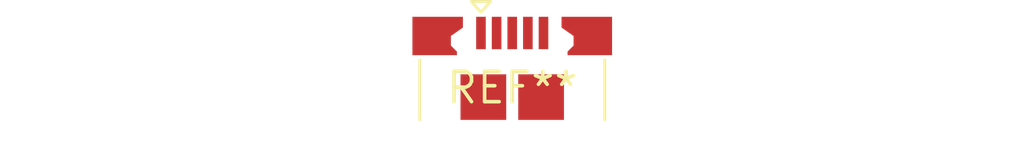
<source format=kicad_pcb>
(kicad_pcb (version 20240108) (generator pcbnew)
  (layers (0 "F.Cu" signal) (31 "B.Cu" signal) (34 "B.Paste" user) (35 "F.Paste" user) (36 "B.SilkS" user "B.Silkscreen") (37 "F.SilkS" user "F.Silkscreen") (38 "B.Mask" user) (39 "F.Mask" user) (44 "Edge.Cuts" user))
  (net 0 "")
  (footprint "USB_Micro-B_XKB_U254-051T-4BH83-F1S" (layer "F.Cu") (at 0 0)
    (property "Reference" "REF**")
    (property "Value" "USB_Micro-B_XKB_U254-051T-4BH83-F1S")
    (fp_line (start -3.845 -1.16) (end -3.845 1.33) (layer "F.SilkS") (stroke (width 0.12)))
    (fp_line (start -1.7 -3.6) (end -0.9 -3.6) (layer "F.SilkS") (stroke (width 0.12)))
    (fp_line (start -1.3 -3.15) (end -1.7 -3.6) (layer "F.SilkS") (stroke (width 0.12)))
    (fp_line (start -0.9 -3.6) (end -1.3 -3.15) (layer "F.SilkS") (stroke (width 0.12)))
    (fp_line (start 3.845 -1.16) (end 3.845 1.33) (layer "F.SilkS") (stroke (width 0.12)))
    (pad "" np_thru_hole circle (at -2 -1.96) (size 0.6 0.6) (drill 0.6) (layers F&B.Cu *.Mask))
    (pad "" np_thru_hole circle (at 2 -1.96) (size 0.6 0.6) (drill 0.6) (layers F&B.Cu *.Mask))
    (pad "1" smd rect (at -1.3 -2.285) (size 0.4 1.35) (layers "F.Cu" "F.Paste" "F.Mask"))
    (pad "2" smd rect (at -0.65 -2.285) (size 0.4 1.35) (layers "F.Cu" "F.Paste" "F.Mask"))
    (pad "3" smd rect (at 0 -2.285) (size 0.4 1.35) (layers "F.Cu" "F.Paste" "F.Mask"))
    (pad "4" smd rect (at 0.65 -2.285) (size 0.4 1.35) (layers "F.Cu" "F.Paste" "F.Mask"))
    (pad "5" smd rect (at 1.3 -2.285) (size 0.4 1.35) (layers "F.Cu" "F.Paste" "F.Mask"))
    (pad "6" smd custom (at -3.1 -2.16) (size 1 1.1) (layers "F.Cu" "F.Paste" "F.Mask") (options (clearance outline) (anchor rect)) (primitives (gr_poly (pts (xy 0.8 0.8) (xy -1.05 0.8) (xy -1.05 -0.8) (xy 1.05 -0.8) (xy 1.05 -0.35) (xy 0.55 0) (xy 0.55 0.4) (xy 0.8 0.65)) (width 0) (fill yes))))
    (pad "6" thru_hole oval (at -2.825 0.39) (size 1 1.7) (drill oval 0.5 1.2) (layers *.Cu *.Mask) (remove_unused_layers))
    (pad "6" smd rect (at -1.2 0.39) (size 1.9 1.9) (layers "F.Cu" "F.Paste" "F.Mask"))
    (pad "6" smd rect (at 1.2 0.39) (size 1.9 1.9) (layers "F.Cu" "F.Paste" "F.Mask"))
    (pad "6" thru_hole oval (at 2.825 0.39) (size 0.85 1.7) (drill oval 0.5 1.2) (layers *.Cu *.Mask) (remove_unused_layers))
    (pad "6" smd custom (at 3.1 -2.16) (size 1 1.1) (layers "F.Cu" "F.Paste" "F.Mask") (options (clearance outline) (anchor rect)) (primitives (gr_poly (pts (xy -0.8 0.8) (xy 1.05 0.8) (xy 1.05 -0.8) (xy -1.05 -0.8) (xy -1.05 -0.35) (xy -0.55 0) (xy -0.55 0.4) (xy -0.8 0.65)) (width 0) (fill yes))))
  )
)
</source>
